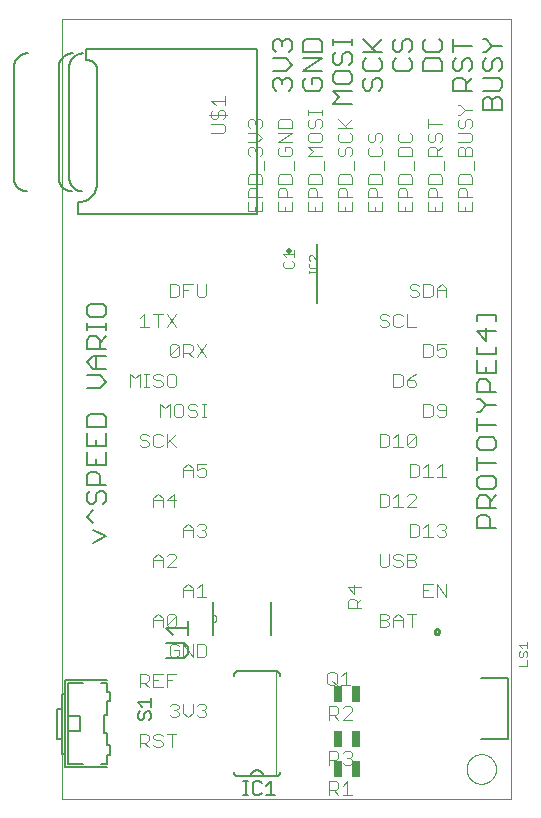
<source format=gto>
G75*
%MOIN*%
%OFA0B0*%
%FSLAX25Y25*%
%IPPOS*%
%LPD*%
%AMOC8*
5,1,8,0,0,1.08239X$1,22.5*
%
%ADD10C,0.00000*%
%ADD11C,0.00600*%
%ADD12C,0.00200*%
%ADD13C,0.00500*%
%ADD14C,0.00400*%
%ADD15R,0.02559X0.05512*%
%ADD16C,0.00800*%
%ADD17C,0.00787*%
%ADD18C,0.01969*%
%ADD19C,0.00100*%
%ADD20C,0.00300*%
%ADD21C,0.01000*%
D10*
X0057595Y0123933D02*
X0057595Y0383776D01*
X0207201Y0383776D01*
X0207201Y0123933D01*
X0057595Y0123933D01*
X0107795Y0182733D02*
X0107864Y0182735D01*
X0107932Y0182741D01*
X0108000Y0182751D01*
X0108067Y0182764D01*
X0108133Y0182782D01*
X0108198Y0182803D01*
X0108262Y0182828D01*
X0108324Y0182856D01*
X0108385Y0182888D01*
X0108444Y0182923D01*
X0108500Y0182962D01*
X0108555Y0183004D01*
X0108606Y0183049D01*
X0108656Y0183097D01*
X0108702Y0183147D01*
X0108745Y0183200D01*
X0108786Y0183256D01*
X0108823Y0183313D01*
X0108856Y0183373D01*
X0108887Y0183435D01*
X0108913Y0183498D01*
X0108936Y0183562D01*
X0108956Y0183628D01*
X0108971Y0183695D01*
X0108983Y0183762D01*
X0108991Y0183830D01*
X0108995Y0183899D01*
X0108995Y0183967D01*
X0108991Y0184036D01*
X0108983Y0184104D01*
X0108971Y0184171D01*
X0108956Y0184238D01*
X0108936Y0184304D01*
X0108913Y0184368D01*
X0108887Y0184431D01*
X0108856Y0184493D01*
X0108823Y0184553D01*
X0108786Y0184610D01*
X0108745Y0184666D01*
X0108702Y0184719D01*
X0108656Y0184769D01*
X0108606Y0184817D01*
X0108555Y0184862D01*
X0108500Y0184904D01*
X0108444Y0184943D01*
X0108385Y0184978D01*
X0108324Y0185010D01*
X0108262Y0185038D01*
X0108198Y0185063D01*
X0108133Y0185084D01*
X0108067Y0185102D01*
X0108000Y0185115D01*
X0107932Y0185125D01*
X0107864Y0185131D01*
X0107795Y0185133D01*
X0192438Y0133776D02*
X0192440Y0133916D01*
X0192446Y0134056D01*
X0192456Y0134195D01*
X0192470Y0134334D01*
X0192488Y0134473D01*
X0192509Y0134611D01*
X0192535Y0134749D01*
X0192565Y0134886D01*
X0192598Y0135021D01*
X0192636Y0135156D01*
X0192677Y0135290D01*
X0192722Y0135423D01*
X0192770Y0135554D01*
X0192823Y0135683D01*
X0192879Y0135812D01*
X0192938Y0135938D01*
X0193002Y0136063D01*
X0193068Y0136186D01*
X0193139Y0136307D01*
X0193212Y0136426D01*
X0193289Y0136543D01*
X0193370Y0136657D01*
X0193453Y0136769D01*
X0193540Y0136879D01*
X0193630Y0136987D01*
X0193722Y0137091D01*
X0193818Y0137193D01*
X0193917Y0137293D01*
X0194018Y0137389D01*
X0194122Y0137483D01*
X0194229Y0137573D01*
X0194338Y0137660D01*
X0194450Y0137745D01*
X0194564Y0137826D01*
X0194680Y0137904D01*
X0194798Y0137978D01*
X0194919Y0138049D01*
X0195041Y0138117D01*
X0195166Y0138181D01*
X0195292Y0138242D01*
X0195419Y0138299D01*
X0195549Y0138352D01*
X0195680Y0138402D01*
X0195812Y0138447D01*
X0195945Y0138490D01*
X0196080Y0138528D01*
X0196215Y0138562D01*
X0196352Y0138593D01*
X0196489Y0138620D01*
X0196627Y0138642D01*
X0196766Y0138661D01*
X0196905Y0138676D01*
X0197044Y0138687D01*
X0197184Y0138694D01*
X0197324Y0138697D01*
X0197464Y0138696D01*
X0197604Y0138691D01*
X0197743Y0138682D01*
X0197883Y0138669D01*
X0198022Y0138652D01*
X0198160Y0138631D01*
X0198298Y0138607D01*
X0198435Y0138578D01*
X0198571Y0138546D01*
X0198706Y0138509D01*
X0198840Y0138469D01*
X0198973Y0138425D01*
X0199104Y0138377D01*
X0199234Y0138326D01*
X0199363Y0138271D01*
X0199490Y0138212D01*
X0199615Y0138149D01*
X0199738Y0138084D01*
X0199860Y0138014D01*
X0199979Y0137941D01*
X0200097Y0137865D01*
X0200212Y0137786D01*
X0200325Y0137703D01*
X0200435Y0137617D01*
X0200543Y0137528D01*
X0200648Y0137436D01*
X0200751Y0137341D01*
X0200851Y0137243D01*
X0200948Y0137143D01*
X0201042Y0137039D01*
X0201134Y0136933D01*
X0201222Y0136825D01*
X0201307Y0136714D01*
X0201389Y0136600D01*
X0201468Y0136484D01*
X0201543Y0136367D01*
X0201615Y0136247D01*
X0201683Y0136125D01*
X0201748Y0136001D01*
X0201810Y0135875D01*
X0201868Y0135748D01*
X0201922Y0135619D01*
X0201973Y0135488D01*
X0202019Y0135356D01*
X0202062Y0135223D01*
X0202102Y0135089D01*
X0202137Y0134954D01*
X0202169Y0134817D01*
X0202196Y0134680D01*
X0202220Y0134542D01*
X0202240Y0134404D01*
X0202256Y0134265D01*
X0202268Y0134125D01*
X0202276Y0133986D01*
X0202280Y0133846D01*
X0202280Y0133706D01*
X0202276Y0133566D01*
X0202268Y0133427D01*
X0202256Y0133287D01*
X0202240Y0133148D01*
X0202220Y0133010D01*
X0202196Y0132872D01*
X0202169Y0132735D01*
X0202137Y0132598D01*
X0202102Y0132463D01*
X0202062Y0132329D01*
X0202019Y0132196D01*
X0201973Y0132064D01*
X0201922Y0131933D01*
X0201868Y0131804D01*
X0201810Y0131677D01*
X0201748Y0131551D01*
X0201683Y0131427D01*
X0201615Y0131305D01*
X0201543Y0131185D01*
X0201468Y0131068D01*
X0201389Y0130952D01*
X0201307Y0130838D01*
X0201222Y0130727D01*
X0201134Y0130619D01*
X0201042Y0130513D01*
X0200948Y0130409D01*
X0200851Y0130309D01*
X0200751Y0130211D01*
X0200648Y0130116D01*
X0200543Y0130024D01*
X0200435Y0129935D01*
X0200325Y0129849D01*
X0200212Y0129766D01*
X0200097Y0129687D01*
X0199979Y0129611D01*
X0199860Y0129538D01*
X0199738Y0129468D01*
X0199615Y0129403D01*
X0199490Y0129340D01*
X0199363Y0129281D01*
X0199234Y0129226D01*
X0199104Y0129175D01*
X0198973Y0129127D01*
X0198840Y0129083D01*
X0198706Y0129043D01*
X0198571Y0129006D01*
X0198435Y0128974D01*
X0198298Y0128945D01*
X0198160Y0128921D01*
X0198022Y0128900D01*
X0197883Y0128883D01*
X0197743Y0128870D01*
X0197604Y0128861D01*
X0197464Y0128856D01*
X0197324Y0128855D01*
X0197184Y0128858D01*
X0197044Y0128865D01*
X0196905Y0128876D01*
X0196766Y0128891D01*
X0196627Y0128910D01*
X0196489Y0128932D01*
X0196352Y0128959D01*
X0196215Y0128990D01*
X0196080Y0129024D01*
X0195945Y0129062D01*
X0195812Y0129105D01*
X0195680Y0129150D01*
X0195549Y0129200D01*
X0195419Y0129253D01*
X0195292Y0129310D01*
X0195166Y0129371D01*
X0195041Y0129435D01*
X0194919Y0129503D01*
X0194798Y0129574D01*
X0194680Y0129648D01*
X0194564Y0129726D01*
X0194450Y0129807D01*
X0194338Y0129892D01*
X0194229Y0129979D01*
X0194122Y0130069D01*
X0194018Y0130163D01*
X0193917Y0130259D01*
X0193818Y0130359D01*
X0193722Y0130461D01*
X0193630Y0130565D01*
X0193540Y0130673D01*
X0193453Y0130783D01*
X0193370Y0130895D01*
X0193289Y0131009D01*
X0193212Y0131126D01*
X0193139Y0131245D01*
X0193068Y0131366D01*
X0193002Y0131489D01*
X0192938Y0131614D01*
X0192879Y0131740D01*
X0192823Y0131869D01*
X0192770Y0131998D01*
X0192722Y0132129D01*
X0192677Y0132262D01*
X0192636Y0132396D01*
X0192598Y0132531D01*
X0192565Y0132666D01*
X0192535Y0132803D01*
X0192509Y0132941D01*
X0192488Y0133079D01*
X0192470Y0133218D01*
X0192456Y0133357D01*
X0192446Y0133496D01*
X0192440Y0133636D01*
X0192438Y0133776D01*
D11*
X0195890Y0214233D02*
X0195890Y0217436D01*
X0196957Y0218503D01*
X0199092Y0218503D01*
X0200160Y0217436D01*
X0200160Y0214233D01*
X0202295Y0214233D02*
X0195890Y0214233D01*
X0195890Y0220679D02*
X0195890Y0223881D01*
X0196957Y0224949D01*
X0199092Y0224949D01*
X0200160Y0223881D01*
X0200160Y0220679D01*
X0200160Y0222814D02*
X0202295Y0224949D01*
X0201228Y0227124D02*
X0202295Y0228192D01*
X0202295Y0230327D01*
X0201228Y0231394D01*
X0196957Y0231394D01*
X0195890Y0230327D01*
X0195890Y0228192D01*
X0196957Y0227124D01*
X0201228Y0227124D01*
X0202295Y0220679D02*
X0195890Y0220679D01*
X0195890Y0233570D02*
X0195890Y0237840D01*
X0195890Y0235705D02*
X0202295Y0235705D01*
X0201228Y0240015D02*
X0202295Y0241083D01*
X0202295Y0243218D01*
X0201228Y0244285D01*
X0196957Y0244285D01*
X0195890Y0243218D01*
X0195890Y0241083D01*
X0196957Y0240015D01*
X0201228Y0240015D01*
X0195890Y0246461D02*
X0195890Y0250731D01*
X0195890Y0248596D02*
X0202295Y0248596D01*
X0202295Y0255041D02*
X0199092Y0255041D01*
X0196957Y0257176D01*
X0195890Y0257176D01*
X0195890Y0259352D02*
X0195890Y0262554D01*
X0196957Y0263622D01*
X0199092Y0263622D01*
X0200160Y0262554D01*
X0200160Y0259352D01*
X0202295Y0259352D02*
X0195890Y0259352D01*
X0199092Y0255041D02*
X0196957Y0252906D01*
X0195890Y0252906D01*
X0195890Y0265797D02*
X0202295Y0265797D01*
X0202295Y0270067D01*
X0202295Y0272243D02*
X0195890Y0272243D01*
X0195890Y0274378D01*
X0199092Y0276540D02*
X0195890Y0279742D01*
X0202295Y0279742D01*
X0202295Y0282985D02*
X0202295Y0285120D01*
X0195890Y0285120D01*
X0195890Y0282985D01*
X0199092Y0280810D02*
X0199092Y0276540D01*
X0202295Y0274378D02*
X0202295Y0272243D01*
X0199092Y0267932D02*
X0199092Y0265797D01*
X0195890Y0265797D02*
X0195890Y0270067D01*
X0197890Y0353451D02*
X0197890Y0356654D01*
X0198957Y0357721D01*
X0200025Y0357721D01*
X0201092Y0356654D01*
X0201092Y0353451D01*
X0197890Y0353451D02*
X0204295Y0353451D01*
X0204295Y0356654D01*
X0203228Y0357721D01*
X0202160Y0357721D01*
X0201092Y0356654D01*
X0203228Y0359897D02*
X0204295Y0360964D01*
X0204295Y0363099D01*
X0203228Y0364167D01*
X0197890Y0364167D01*
X0198957Y0366342D02*
X0197890Y0367410D01*
X0197890Y0369545D01*
X0198957Y0370612D01*
X0198957Y0372788D02*
X0197890Y0372788D01*
X0198957Y0372788D02*
X0201092Y0374923D01*
X0204295Y0374923D01*
X0201092Y0374923D02*
X0198957Y0377058D01*
X0197890Y0377058D01*
X0194295Y0374923D02*
X0187890Y0374923D01*
X0187890Y0372788D02*
X0187890Y0377058D01*
X0184295Y0375990D02*
X0184295Y0373855D01*
X0183228Y0372788D01*
X0178957Y0372788D01*
X0177890Y0373855D01*
X0177890Y0375990D01*
X0178957Y0377058D01*
X0183228Y0377058D02*
X0184295Y0375990D01*
X0183228Y0370612D02*
X0178957Y0370612D01*
X0177890Y0369545D01*
X0177890Y0366342D01*
X0184295Y0366342D01*
X0184295Y0369545D01*
X0183228Y0370612D01*
X0187890Y0369545D02*
X0187890Y0367410D01*
X0188957Y0366342D01*
X0190025Y0366342D01*
X0191092Y0367410D01*
X0191092Y0369545D01*
X0192160Y0370612D01*
X0193228Y0370612D01*
X0194295Y0369545D01*
X0194295Y0367410D01*
X0193228Y0366342D01*
X0194295Y0364167D02*
X0192160Y0362032D01*
X0192160Y0363099D02*
X0192160Y0359897D01*
X0194295Y0359897D02*
X0187890Y0359897D01*
X0187890Y0363099D01*
X0188957Y0364167D01*
X0191092Y0364167D01*
X0192160Y0363099D01*
X0187890Y0369545D02*
X0188957Y0370612D01*
X0197890Y0359897D02*
X0203228Y0359897D01*
X0203228Y0366342D02*
X0204295Y0367410D01*
X0204295Y0369545D01*
X0203228Y0370612D01*
X0202160Y0370612D01*
X0201092Y0369545D01*
X0201092Y0367410D01*
X0200025Y0366342D01*
X0198957Y0366342D01*
X0174295Y0367410D02*
X0173228Y0366342D01*
X0168957Y0366342D01*
X0167890Y0367410D01*
X0167890Y0369545D01*
X0168957Y0370612D01*
X0168957Y0372788D02*
X0170025Y0372788D01*
X0171092Y0373855D01*
X0171092Y0375990D01*
X0172160Y0377058D01*
X0173228Y0377058D01*
X0174295Y0375990D01*
X0174295Y0373855D01*
X0173228Y0372788D01*
X0173228Y0370612D02*
X0174295Y0369545D01*
X0174295Y0367410D01*
X0168957Y0372788D02*
X0167890Y0373855D01*
X0167890Y0375990D01*
X0168957Y0377058D01*
X0164295Y0377058D02*
X0161092Y0373855D01*
X0162160Y0372788D02*
X0157890Y0377058D01*
X0157890Y0372788D02*
X0164295Y0372788D01*
X0163228Y0370612D02*
X0164295Y0369545D01*
X0164295Y0367410D01*
X0163228Y0366342D01*
X0158957Y0366342D01*
X0157890Y0367410D01*
X0157890Y0369545D01*
X0158957Y0370612D01*
X0158957Y0364167D02*
X0157890Y0363099D01*
X0157890Y0360964D01*
X0158957Y0359897D01*
X0160025Y0359897D01*
X0161092Y0360964D01*
X0161092Y0363099D01*
X0162160Y0364167D01*
X0163228Y0364167D01*
X0164295Y0363099D01*
X0164295Y0360964D01*
X0163228Y0359897D01*
X0154295Y0359870D02*
X0147890Y0359870D01*
X0150025Y0357735D01*
X0147890Y0355600D01*
X0154295Y0355600D01*
X0153228Y0362045D02*
X0154295Y0363113D01*
X0154295Y0365248D01*
X0153228Y0366315D01*
X0148957Y0366315D01*
X0147890Y0365248D01*
X0147890Y0363113D01*
X0148957Y0362045D01*
X0153228Y0362045D01*
X0153228Y0368491D02*
X0154295Y0369558D01*
X0154295Y0371693D01*
X0153228Y0372761D01*
X0152160Y0372761D01*
X0151092Y0371693D01*
X0151092Y0369558D01*
X0150025Y0368491D01*
X0148957Y0368491D01*
X0147890Y0369558D01*
X0147890Y0371693D01*
X0148957Y0372761D01*
X0147890Y0374936D02*
X0147890Y0377071D01*
X0147890Y0376004D02*
X0154295Y0376004D01*
X0154295Y0377071D02*
X0154295Y0374936D01*
X0144295Y0375990D02*
X0144295Y0372788D01*
X0137890Y0372788D01*
X0137890Y0375990D01*
X0138957Y0377058D01*
X0143228Y0377058D01*
X0144295Y0375990D01*
X0144295Y0370612D02*
X0137890Y0370612D01*
X0137890Y0366342D02*
X0144295Y0370612D01*
X0144295Y0366342D02*
X0137890Y0366342D01*
X0138957Y0364167D02*
X0137890Y0363099D01*
X0137890Y0360964D01*
X0138957Y0359897D01*
X0143228Y0359897D01*
X0144295Y0360964D01*
X0144295Y0363099D01*
X0143228Y0364167D01*
X0141092Y0364167D01*
X0141092Y0362032D01*
X0134295Y0363099D02*
X0134295Y0360964D01*
X0133228Y0359897D01*
X0131092Y0362032D02*
X0131092Y0363099D01*
X0132160Y0364167D01*
X0133228Y0364167D01*
X0134295Y0363099D01*
X0131092Y0363099D02*
X0130025Y0364167D01*
X0128957Y0364167D01*
X0127890Y0363099D01*
X0127890Y0360964D01*
X0128957Y0359897D01*
X0127890Y0366342D02*
X0132160Y0366342D01*
X0134295Y0368477D01*
X0132160Y0370612D01*
X0127890Y0370612D01*
X0128957Y0372788D02*
X0127890Y0373855D01*
X0127890Y0375990D01*
X0128957Y0377058D01*
X0130025Y0377058D01*
X0131092Y0375990D01*
X0132160Y0377058D01*
X0133228Y0377058D01*
X0134295Y0375990D01*
X0134295Y0373855D01*
X0133228Y0372788D01*
X0131092Y0374923D02*
X0131092Y0375990D01*
X0071228Y0288701D02*
X0066957Y0288701D01*
X0065890Y0287633D01*
X0065890Y0285498D01*
X0066957Y0284431D01*
X0071228Y0284431D01*
X0072295Y0285498D01*
X0072295Y0287633D01*
X0071228Y0288701D01*
X0072295Y0282269D02*
X0072295Y0280134D01*
X0072295Y0281201D02*
X0065890Y0281201D01*
X0065890Y0280134D02*
X0065890Y0282269D01*
X0066957Y0277958D02*
X0065890Y0276891D01*
X0065890Y0273688D01*
X0072295Y0273688D01*
X0070160Y0273688D02*
X0070160Y0276891D01*
X0069092Y0277958D01*
X0066957Y0277958D01*
X0070160Y0275823D02*
X0072295Y0277958D01*
X0072295Y0271513D02*
X0068025Y0271513D01*
X0065890Y0269378D01*
X0068025Y0267243D01*
X0072295Y0267243D01*
X0070160Y0265067D02*
X0072295Y0262932D01*
X0070160Y0260797D01*
X0065890Y0260797D01*
X0065890Y0265067D02*
X0070160Y0265067D01*
X0069092Y0267243D02*
X0069092Y0271513D01*
X0066957Y0252176D02*
X0065890Y0251109D01*
X0065890Y0247906D01*
X0072295Y0247906D01*
X0072295Y0251109D01*
X0071228Y0252176D01*
X0066957Y0252176D01*
X0065890Y0245731D02*
X0065890Y0241461D01*
X0072295Y0241461D01*
X0072295Y0245731D01*
X0069092Y0243596D02*
X0069092Y0241461D01*
X0072295Y0239285D02*
X0072295Y0235015D01*
X0065890Y0235015D01*
X0065890Y0239285D01*
X0069092Y0237150D02*
X0069092Y0235015D01*
X0069092Y0232840D02*
X0066957Y0232840D01*
X0065890Y0231772D01*
X0065890Y0228570D01*
X0072295Y0228570D01*
X0070160Y0228570D02*
X0070160Y0231772D01*
X0069092Y0232840D01*
X0070160Y0226394D02*
X0071228Y0226394D01*
X0072295Y0225327D01*
X0072295Y0223192D01*
X0071228Y0222124D01*
X0069092Y0223192D02*
X0069092Y0225327D01*
X0070160Y0226394D01*
X0066957Y0226394D02*
X0065890Y0225327D01*
X0065890Y0223192D01*
X0066957Y0222124D01*
X0068025Y0222124D01*
X0069092Y0223192D01*
X0068025Y0219949D02*
X0065890Y0217814D01*
X0068025Y0215679D01*
X0068025Y0213503D02*
X0072295Y0211368D01*
X0068025Y0209233D01*
X0072595Y0163433D02*
X0058595Y0163433D01*
X0058595Y0138933D01*
X0057595Y0138933D01*
X0057595Y0143933D01*
X0056095Y0143933D01*
X0056095Y0153933D01*
X0057595Y0153933D01*
X0057595Y0143933D01*
X0059595Y0146433D02*
X0059595Y0135433D01*
X0064595Y0135433D01*
X0070595Y0135433D02*
X0072595Y0135433D01*
X0072595Y0138433D01*
X0073595Y0138433D01*
X0073595Y0141933D01*
X0072595Y0141933D01*
X0072595Y0145933D01*
X0071595Y0145933D01*
X0071595Y0151933D01*
X0072595Y0151933D01*
X0072595Y0156433D01*
X0073595Y0156433D01*
X0073595Y0159433D01*
X0072595Y0159433D01*
X0072595Y0162433D01*
X0070595Y0162433D01*
X0064595Y0162433D02*
X0059595Y0162433D01*
X0059595Y0151433D01*
X0059595Y0146433D01*
X0063595Y0146433D01*
X0063595Y0151433D01*
X0059595Y0151433D01*
X0057595Y0153933D02*
X0057595Y0158933D01*
X0058595Y0158933D01*
X0058595Y0138933D02*
X0058595Y0134433D01*
X0072595Y0134433D01*
X0107795Y0178533D02*
X0107795Y0182733D01*
X0107795Y0185133D01*
X0107795Y0189333D01*
X0116395Y0166433D02*
X0128795Y0166433D01*
X0128871Y0166431D01*
X0128947Y0166425D01*
X0129022Y0166416D01*
X0129097Y0166402D01*
X0129171Y0166385D01*
X0129244Y0166364D01*
X0129316Y0166340D01*
X0129387Y0166311D01*
X0129456Y0166280D01*
X0129523Y0166245D01*
X0129588Y0166206D01*
X0129652Y0166164D01*
X0129713Y0166119D01*
X0129772Y0166071D01*
X0129828Y0166020D01*
X0129882Y0165966D01*
X0129933Y0165910D01*
X0129981Y0165851D01*
X0130026Y0165790D01*
X0130068Y0165726D01*
X0130107Y0165661D01*
X0130142Y0165594D01*
X0130173Y0165525D01*
X0130202Y0165454D01*
X0130226Y0165382D01*
X0130247Y0165309D01*
X0130264Y0165235D01*
X0130278Y0165160D01*
X0130287Y0165085D01*
X0130293Y0165009D01*
X0130295Y0164933D01*
X0127395Y0178533D02*
X0127395Y0189333D01*
X0116395Y0166433D02*
X0116319Y0166431D01*
X0116243Y0166425D01*
X0116168Y0166416D01*
X0116093Y0166402D01*
X0116019Y0166385D01*
X0115946Y0166364D01*
X0115874Y0166340D01*
X0115803Y0166311D01*
X0115734Y0166280D01*
X0115667Y0166245D01*
X0115602Y0166206D01*
X0115538Y0166164D01*
X0115477Y0166119D01*
X0115418Y0166071D01*
X0115362Y0166020D01*
X0115308Y0165966D01*
X0115257Y0165910D01*
X0115209Y0165851D01*
X0115164Y0165790D01*
X0115122Y0165726D01*
X0115083Y0165661D01*
X0115048Y0165594D01*
X0115017Y0165525D01*
X0114988Y0165454D01*
X0114964Y0165382D01*
X0114943Y0165309D01*
X0114926Y0165235D01*
X0114912Y0165160D01*
X0114903Y0165085D01*
X0114897Y0165009D01*
X0114895Y0164933D01*
X0114895Y0132933D02*
X0114897Y0132857D01*
X0114903Y0132781D01*
X0114912Y0132706D01*
X0114926Y0132631D01*
X0114943Y0132557D01*
X0114964Y0132484D01*
X0114988Y0132412D01*
X0115017Y0132341D01*
X0115048Y0132272D01*
X0115083Y0132205D01*
X0115122Y0132140D01*
X0115164Y0132076D01*
X0115209Y0132015D01*
X0115257Y0131956D01*
X0115308Y0131900D01*
X0115362Y0131846D01*
X0115418Y0131795D01*
X0115477Y0131747D01*
X0115538Y0131702D01*
X0115602Y0131660D01*
X0115667Y0131621D01*
X0115734Y0131586D01*
X0115803Y0131555D01*
X0115874Y0131526D01*
X0115946Y0131502D01*
X0116019Y0131481D01*
X0116093Y0131464D01*
X0116168Y0131450D01*
X0116243Y0131441D01*
X0116319Y0131435D01*
X0116395Y0131433D01*
X0120595Y0131433D01*
X0124595Y0131433D01*
X0128795Y0131433D01*
X0128871Y0131435D01*
X0128947Y0131441D01*
X0129022Y0131450D01*
X0129097Y0131464D01*
X0129171Y0131481D01*
X0129244Y0131502D01*
X0129316Y0131526D01*
X0129387Y0131555D01*
X0129456Y0131586D01*
X0129523Y0131621D01*
X0129588Y0131660D01*
X0129652Y0131702D01*
X0129713Y0131747D01*
X0129772Y0131795D01*
X0129828Y0131846D01*
X0129882Y0131900D01*
X0129933Y0131956D01*
X0129981Y0132015D01*
X0130026Y0132076D01*
X0130068Y0132140D01*
X0130107Y0132205D01*
X0130142Y0132272D01*
X0130173Y0132341D01*
X0130202Y0132412D01*
X0130226Y0132484D01*
X0130247Y0132557D01*
X0130264Y0132631D01*
X0130278Y0132706D01*
X0130287Y0132781D01*
X0130293Y0132857D01*
X0130295Y0132933D01*
X0124595Y0131433D02*
X0124593Y0131521D01*
X0124587Y0131610D01*
X0124577Y0131698D01*
X0124564Y0131785D01*
X0124546Y0131872D01*
X0124525Y0131958D01*
X0124500Y0132043D01*
X0124471Y0132126D01*
X0124438Y0132209D01*
X0124402Y0132289D01*
X0124363Y0132368D01*
X0124320Y0132446D01*
X0124273Y0132521D01*
X0124223Y0132594D01*
X0124170Y0132665D01*
X0124114Y0132734D01*
X0124055Y0132800D01*
X0123993Y0132863D01*
X0123929Y0132923D01*
X0123862Y0132981D01*
X0123792Y0133035D01*
X0123720Y0133087D01*
X0123646Y0133135D01*
X0123569Y0133180D01*
X0123491Y0133221D01*
X0123411Y0133259D01*
X0123330Y0133293D01*
X0123247Y0133324D01*
X0123162Y0133351D01*
X0123077Y0133374D01*
X0122991Y0133393D01*
X0122903Y0133409D01*
X0122816Y0133421D01*
X0122728Y0133429D01*
X0122639Y0133433D01*
X0122551Y0133433D01*
X0122462Y0133429D01*
X0122374Y0133421D01*
X0122287Y0133409D01*
X0122199Y0133393D01*
X0122113Y0133374D01*
X0122028Y0133351D01*
X0121943Y0133324D01*
X0121860Y0133293D01*
X0121779Y0133259D01*
X0121699Y0133221D01*
X0121621Y0133180D01*
X0121544Y0133135D01*
X0121470Y0133087D01*
X0121398Y0133035D01*
X0121328Y0132981D01*
X0121261Y0132923D01*
X0121197Y0132863D01*
X0121135Y0132800D01*
X0121076Y0132734D01*
X0121020Y0132665D01*
X0120967Y0132594D01*
X0120917Y0132521D01*
X0120870Y0132446D01*
X0120827Y0132368D01*
X0120788Y0132289D01*
X0120752Y0132209D01*
X0120719Y0132126D01*
X0120690Y0132043D01*
X0120665Y0131958D01*
X0120644Y0131872D01*
X0120626Y0131785D01*
X0120613Y0131698D01*
X0120603Y0131610D01*
X0120597Y0131521D01*
X0120595Y0131433D01*
D12*
X0128895Y0131433D02*
X0128895Y0166433D01*
D13*
X0127242Y0129687D02*
X0125741Y0128186D01*
X0124140Y0128936D02*
X0123389Y0129687D01*
X0121888Y0129687D01*
X0121137Y0128936D01*
X0121137Y0125934D01*
X0121888Y0125183D01*
X0123389Y0125183D01*
X0124140Y0125934D01*
X0125741Y0125183D02*
X0128744Y0125183D01*
X0127242Y0125183D02*
X0127242Y0129687D01*
X0119569Y0129687D02*
X0118068Y0129687D01*
X0118819Y0129687D02*
X0118819Y0125183D01*
X0119569Y0125183D02*
X0118068Y0125183D01*
X0087345Y0150726D02*
X0086595Y0149975D01*
X0087345Y0150726D02*
X0087345Y0152227D01*
X0086595Y0152978D01*
X0085844Y0152978D01*
X0085093Y0152227D01*
X0085093Y0150726D01*
X0084343Y0149975D01*
X0083592Y0149975D01*
X0082841Y0150726D01*
X0082841Y0152227D01*
X0083592Y0152978D01*
X0084343Y0154579D02*
X0082841Y0156080D01*
X0087345Y0156080D01*
X0087345Y0154579D02*
X0087345Y0157582D01*
X0062989Y0318815D02*
X0122438Y0318815D01*
X0122438Y0373933D01*
X0065745Y0373933D01*
X0065745Y0369996D01*
X0064721Y0372358D02*
X0064586Y0372356D01*
X0064451Y0372350D01*
X0064317Y0372341D01*
X0064183Y0372327D01*
X0064049Y0372310D01*
X0063915Y0372289D01*
X0063783Y0372264D01*
X0063651Y0372235D01*
X0063520Y0372203D01*
X0063390Y0372167D01*
X0063261Y0372127D01*
X0063134Y0372083D01*
X0063007Y0372036D01*
X0062882Y0371985D01*
X0062759Y0371931D01*
X0062637Y0371873D01*
X0062516Y0371812D01*
X0062398Y0371747D01*
X0062282Y0371679D01*
X0062167Y0371608D01*
X0062055Y0371534D01*
X0061944Y0371456D01*
X0061836Y0371375D01*
X0061731Y0371291D01*
X0061627Y0371204D01*
X0061527Y0371114D01*
X0061429Y0371022D01*
X0061333Y0370926D01*
X0061241Y0370828D01*
X0061151Y0370728D01*
X0061064Y0370624D01*
X0060980Y0370519D01*
X0060899Y0370411D01*
X0060821Y0370300D01*
X0060747Y0370188D01*
X0060676Y0370073D01*
X0060608Y0369957D01*
X0060543Y0369839D01*
X0060482Y0369718D01*
X0060424Y0369596D01*
X0060370Y0369473D01*
X0060319Y0369348D01*
X0060272Y0369221D01*
X0060228Y0369094D01*
X0060188Y0368965D01*
X0060152Y0368835D01*
X0060120Y0368704D01*
X0060091Y0368572D01*
X0060066Y0368440D01*
X0060045Y0368306D01*
X0060028Y0368172D01*
X0060014Y0368038D01*
X0060005Y0367904D01*
X0059999Y0367769D01*
X0059997Y0367634D01*
X0059997Y0331413D01*
X0056453Y0331414D02*
X0056444Y0331279D01*
X0056439Y0331143D01*
X0056437Y0331008D01*
X0056439Y0330873D01*
X0056445Y0330737D01*
X0056455Y0330602D01*
X0056469Y0330468D01*
X0056487Y0330333D01*
X0056509Y0330200D01*
X0056534Y0330067D01*
X0056563Y0329934D01*
X0056596Y0329803D01*
X0056632Y0329673D01*
X0056673Y0329544D01*
X0056717Y0329415D01*
X0056764Y0329289D01*
X0056816Y0329163D01*
X0056870Y0329040D01*
X0056929Y0328917D01*
X0056991Y0328797D01*
X0057056Y0328678D01*
X0057124Y0328561D01*
X0057196Y0328447D01*
X0057271Y0328334D01*
X0057350Y0328224D01*
X0057431Y0328115D01*
X0057515Y0328010D01*
X0057603Y0327906D01*
X0057693Y0327805D01*
X0057786Y0327707D01*
X0057882Y0327612D01*
X0057981Y0327519D01*
X0058082Y0327429D01*
X0058186Y0327342D01*
X0058292Y0327258D01*
X0058401Y0327177D01*
X0058512Y0327100D01*
X0058625Y0327025D01*
X0058740Y0326954D01*
X0058857Y0326886D01*
X0058976Y0326821D01*
X0059097Y0326760D01*
X0059219Y0326702D01*
X0059344Y0326648D01*
X0059469Y0326598D01*
X0059596Y0326551D01*
X0059724Y0326507D01*
X0059854Y0326468D01*
X0059984Y0326432D01*
X0060116Y0326399D01*
X0060248Y0326371D01*
X0060381Y0326346D01*
X0060515Y0326326D01*
X0060650Y0326309D01*
X0060784Y0326295D01*
X0062989Y0322752D02*
X0063146Y0322754D01*
X0063303Y0322760D01*
X0063460Y0322770D01*
X0063616Y0322783D01*
X0063772Y0322801D01*
X0063928Y0322822D01*
X0064083Y0322848D01*
X0064237Y0322877D01*
X0064391Y0322910D01*
X0064543Y0322947D01*
X0064695Y0322987D01*
X0064846Y0323032D01*
X0064995Y0323080D01*
X0065143Y0323132D01*
X0065290Y0323187D01*
X0065436Y0323247D01*
X0065580Y0323309D01*
X0065722Y0323376D01*
X0065863Y0323446D01*
X0066002Y0323519D01*
X0066139Y0323596D01*
X0066274Y0323676D01*
X0066406Y0323760D01*
X0066537Y0323847D01*
X0066666Y0323937D01*
X0066792Y0324030D01*
X0066916Y0324126D01*
X0067038Y0324226D01*
X0067157Y0324328D01*
X0067273Y0324434D01*
X0067387Y0324542D01*
X0067498Y0324653D01*
X0067606Y0324767D01*
X0067712Y0324883D01*
X0067814Y0325002D01*
X0067914Y0325124D01*
X0068010Y0325248D01*
X0068103Y0325374D01*
X0068193Y0325503D01*
X0068280Y0325634D01*
X0068364Y0325766D01*
X0068444Y0325902D01*
X0068521Y0326038D01*
X0068594Y0326177D01*
X0068664Y0326318D01*
X0068731Y0326460D01*
X0068793Y0326604D01*
X0068853Y0326750D01*
X0068908Y0326897D01*
X0068960Y0327045D01*
X0069008Y0327194D01*
X0069053Y0327345D01*
X0069093Y0327497D01*
X0069130Y0327649D01*
X0069163Y0327803D01*
X0069192Y0327957D01*
X0069218Y0328112D01*
X0069239Y0328268D01*
X0069257Y0328424D01*
X0069270Y0328580D01*
X0069280Y0328737D01*
X0069286Y0328894D01*
X0069288Y0329051D01*
X0069288Y0367240D01*
X0069287Y0367240D02*
X0069272Y0367349D01*
X0069252Y0367458D01*
X0069229Y0367567D01*
X0069202Y0367674D01*
X0069171Y0367781D01*
X0069137Y0367886D01*
X0069099Y0367990D01*
X0069057Y0368093D01*
X0069012Y0368194D01*
X0068963Y0368293D01*
X0068911Y0368391D01*
X0068855Y0368487D01*
X0068796Y0368580D01*
X0068734Y0368672D01*
X0068669Y0368762D01*
X0068600Y0368849D01*
X0068529Y0368934D01*
X0068455Y0369016D01*
X0068377Y0369095D01*
X0068298Y0369172D01*
X0068215Y0369246D01*
X0068130Y0369317D01*
X0068043Y0369385D01*
X0067953Y0369450D01*
X0067861Y0369512D01*
X0067767Y0369570D01*
X0067671Y0369625D01*
X0067573Y0369677D01*
X0067473Y0369726D01*
X0067372Y0369770D01*
X0067269Y0369812D01*
X0067165Y0369849D01*
X0067059Y0369883D01*
X0066953Y0369914D01*
X0066845Y0369940D01*
X0066737Y0369963D01*
X0066628Y0369982D01*
X0066518Y0369997D01*
X0066408Y0370009D01*
X0066297Y0370016D01*
X0066186Y0370020D01*
X0066076Y0370019D01*
X0065965Y0370015D01*
X0065854Y0370007D01*
X0065744Y0369995D01*
X0061178Y0372358D02*
X0061043Y0372356D01*
X0060908Y0372350D01*
X0060774Y0372341D01*
X0060640Y0372327D01*
X0060506Y0372310D01*
X0060372Y0372289D01*
X0060240Y0372264D01*
X0060108Y0372235D01*
X0059977Y0372203D01*
X0059847Y0372167D01*
X0059718Y0372127D01*
X0059591Y0372083D01*
X0059464Y0372036D01*
X0059339Y0371985D01*
X0059216Y0371931D01*
X0059094Y0371873D01*
X0058973Y0371812D01*
X0058855Y0371747D01*
X0058739Y0371679D01*
X0058624Y0371608D01*
X0058512Y0371534D01*
X0058401Y0371456D01*
X0058293Y0371375D01*
X0058188Y0371291D01*
X0058084Y0371204D01*
X0057984Y0371114D01*
X0057886Y0371022D01*
X0057790Y0370926D01*
X0057698Y0370828D01*
X0057608Y0370728D01*
X0057521Y0370624D01*
X0057437Y0370519D01*
X0057356Y0370411D01*
X0057278Y0370300D01*
X0057204Y0370188D01*
X0057133Y0370073D01*
X0057065Y0369957D01*
X0057000Y0369839D01*
X0056939Y0369718D01*
X0056881Y0369596D01*
X0056827Y0369473D01*
X0056776Y0369348D01*
X0056729Y0369221D01*
X0056685Y0369094D01*
X0056645Y0368965D01*
X0056609Y0368835D01*
X0056577Y0368704D01*
X0056548Y0368572D01*
X0056523Y0368440D01*
X0056502Y0368306D01*
X0056485Y0368172D01*
X0056471Y0368038D01*
X0056462Y0367904D01*
X0056456Y0367769D01*
X0056454Y0367634D01*
X0056453Y0367634D02*
X0056453Y0331413D01*
X0062989Y0322752D02*
X0062989Y0318815D01*
X0064327Y0326295D02*
X0064193Y0326309D01*
X0064058Y0326326D01*
X0063924Y0326346D01*
X0063791Y0326371D01*
X0063659Y0326399D01*
X0063527Y0326432D01*
X0063397Y0326468D01*
X0063267Y0326507D01*
X0063139Y0326551D01*
X0063012Y0326598D01*
X0062887Y0326648D01*
X0062762Y0326702D01*
X0062640Y0326760D01*
X0062519Y0326821D01*
X0062400Y0326886D01*
X0062283Y0326954D01*
X0062168Y0327025D01*
X0062055Y0327100D01*
X0061944Y0327177D01*
X0061835Y0327258D01*
X0061729Y0327342D01*
X0061625Y0327429D01*
X0061524Y0327519D01*
X0061425Y0327612D01*
X0061329Y0327707D01*
X0061236Y0327805D01*
X0061146Y0327906D01*
X0061058Y0328010D01*
X0060974Y0328115D01*
X0060893Y0328224D01*
X0060814Y0328334D01*
X0060739Y0328447D01*
X0060667Y0328561D01*
X0060599Y0328678D01*
X0060534Y0328797D01*
X0060472Y0328917D01*
X0060413Y0329040D01*
X0060359Y0329163D01*
X0060307Y0329289D01*
X0060260Y0329415D01*
X0060216Y0329544D01*
X0060175Y0329673D01*
X0060139Y0329803D01*
X0060106Y0329934D01*
X0060077Y0330067D01*
X0060052Y0330200D01*
X0060030Y0330333D01*
X0060012Y0330468D01*
X0059998Y0330602D01*
X0059988Y0330737D01*
X0059982Y0330873D01*
X0059980Y0331008D01*
X0059982Y0331143D01*
X0059987Y0331279D01*
X0059996Y0331414D01*
X0045823Y0326295D02*
X0045689Y0326309D01*
X0045554Y0326326D01*
X0045420Y0326346D01*
X0045287Y0326371D01*
X0045155Y0326399D01*
X0045023Y0326432D01*
X0044893Y0326468D01*
X0044763Y0326507D01*
X0044635Y0326551D01*
X0044508Y0326598D01*
X0044383Y0326648D01*
X0044258Y0326702D01*
X0044136Y0326760D01*
X0044015Y0326821D01*
X0043896Y0326886D01*
X0043779Y0326954D01*
X0043664Y0327025D01*
X0043551Y0327100D01*
X0043440Y0327177D01*
X0043331Y0327258D01*
X0043225Y0327342D01*
X0043121Y0327429D01*
X0043020Y0327519D01*
X0042921Y0327612D01*
X0042825Y0327707D01*
X0042732Y0327805D01*
X0042642Y0327906D01*
X0042554Y0328010D01*
X0042470Y0328115D01*
X0042389Y0328224D01*
X0042310Y0328334D01*
X0042235Y0328447D01*
X0042163Y0328561D01*
X0042095Y0328678D01*
X0042030Y0328797D01*
X0041968Y0328917D01*
X0041909Y0329040D01*
X0041855Y0329163D01*
X0041803Y0329289D01*
X0041756Y0329415D01*
X0041712Y0329544D01*
X0041671Y0329673D01*
X0041635Y0329803D01*
X0041602Y0329934D01*
X0041573Y0330067D01*
X0041548Y0330200D01*
X0041526Y0330333D01*
X0041508Y0330468D01*
X0041494Y0330602D01*
X0041484Y0330737D01*
X0041478Y0330873D01*
X0041476Y0331008D01*
X0041478Y0331143D01*
X0041483Y0331279D01*
X0041492Y0331414D01*
X0041493Y0331413D02*
X0041493Y0367634D01*
X0041495Y0367769D01*
X0041501Y0367904D01*
X0041510Y0368038D01*
X0041524Y0368172D01*
X0041541Y0368306D01*
X0041562Y0368440D01*
X0041587Y0368572D01*
X0041616Y0368704D01*
X0041648Y0368835D01*
X0041684Y0368965D01*
X0041724Y0369094D01*
X0041768Y0369221D01*
X0041815Y0369348D01*
X0041866Y0369473D01*
X0041920Y0369596D01*
X0041978Y0369718D01*
X0042039Y0369839D01*
X0042104Y0369957D01*
X0042172Y0370073D01*
X0042243Y0370188D01*
X0042317Y0370300D01*
X0042395Y0370411D01*
X0042476Y0370519D01*
X0042560Y0370624D01*
X0042647Y0370728D01*
X0042737Y0370828D01*
X0042829Y0370926D01*
X0042925Y0371022D01*
X0043023Y0371114D01*
X0043123Y0371204D01*
X0043227Y0371291D01*
X0043332Y0371375D01*
X0043440Y0371456D01*
X0043551Y0371534D01*
X0043663Y0371608D01*
X0043778Y0371679D01*
X0043894Y0371747D01*
X0044012Y0371812D01*
X0044133Y0371873D01*
X0044255Y0371931D01*
X0044378Y0371985D01*
X0044503Y0372036D01*
X0044630Y0372083D01*
X0044757Y0372127D01*
X0044886Y0372167D01*
X0045016Y0372203D01*
X0045147Y0372235D01*
X0045279Y0372264D01*
X0045411Y0372289D01*
X0045545Y0372310D01*
X0045679Y0372327D01*
X0045813Y0372341D01*
X0045947Y0372350D01*
X0046082Y0372356D01*
X0046217Y0372358D01*
X0197162Y0164169D02*
X0206217Y0164169D01*
X0206217Y0143697D01*
X0197162Y0143697D01*
D14*
X0174175Y0180983D02*
X0174175Y0185587D01*
X0175709Y0185587D02*
X0172640Y0185587D01*
X0171105Y0184053D02*
X0171105Y0180983D01*
X0171105Y0183285D02*
X0168036Y0183285D01*
X0168036Y0184053D02*
X0169571Y0185587D01*
X0171105Y0184053D01*
X0168036Y0184053D02*
X0168036Y0180983D01*
X0166501Y0181751D02*
X0165734Y0180983D01*
X0163432Y0180983D01*
X0163432Y0185587D01*
X0165734Y0185587D01*
X0166501Y0184820D01*
X0166501Y0184053D01*
X0165734Y0183285D01*
X0163432Y0183285D01*
X0165734Y0183285D02*
X0166501Y0182518D01*
X0166501Y0181751D01*
X0157395Y0187425D02*
X0152791Y0187425D01*
X0152791Y0189727D01*
X0153559Y0190494D01*
X0155093Y0190494D01*
X0155861Y0189727D01*
X0155861Y0187425D01*
X0155861Y0188960D02*
X0157395Y0190494D01*
X0155093Y0192029D02*
X0155093Y0195098D01*
X0157395Y0194331D02*
X0152791Y0194331D01*
X0155093Y0192029D01*
X0164199Y0200983D02*
X0165734Y0200983D01*
X0166501Y0201751D01*
X0166501Y0205587D01*
X0168036Y0204820D02*
X0168036Y0204053D01*
X0168803Y0203285D01*
X0170338Y0203285D01*
X0171105Y0202518D01*
X0171105Y0201751D01*
X0170338Y0200983D01*
X0168803Y0200983D01*
X0168036Y0201751D01*
X0168036Y0204820D02*
X0168803Y0205587D01*
X0170338Y0205587D01*
X0171105Y0204820D01*
X0172640Y0205587D02*
X0174942Y0205587D01*
X0175709Y0204820D01*
X0175709Y0204053D01*
X0174942Y0203285D01*
X0172640Y0203285D01*
X0172640Y0200983D02*
X0172640Y0205587D01*
X0174942Y0203285D02*
X0175709Y0202518D01*
X0175709Y0201751D01*
X0174942Y0200983D01*
X0172640Y0200983D01*
X0173432Y0210983D02*
X0175734Y0210983D01*
X0176501Y0211751D01*
X0176501Y0214820D01*
X0175734Y0215587D01*
X0173432Y0215587D01*
X0173432Y0210983D01*
X0178036Y0210983D02*
X0181105Y0210983D01*
X0179571Y0210983D02*
X0179571Y0215587D01*
X0178036Y0214053D01*
X0182640Y0214820D02*
X0183407Y0215587D01*
X0184942Y0215587D01*
X0185709Y0214820D01*
X0185709Y0214053D01*
X0184942Y0213285D01*
X0185709Y0212518D01*
X0185709Y0211751D01*
X0184942Y0210983D01*
X0183407Y0210983D01*
X0182640Y0211751D01*
X0184175Y0213285D02*
X0184942Y0213285D01*
X0175709Y0220983D02*
X0172640Y0220983D01*
X0175709Y0224053D01*
X0175709Y0224820D01*
X0174942Y0225587D01*
X0173407Y0225587D01*
X0172640Y0224820D01*
X0169571Y0225587D02*
X0169571Y0220983D01*
X0171105Y0220983D02*
X0168036Y0220983D01*
X0166501Y0221751D02*
X0166501Y0224820D01*
X0165734Y0225587D01*
X0163432Y0225587D01*
X0163432Y0220983D01*
X0165734Y0220983D01*
X0166501Y0221751D01*
X0168036Y0224053D02*
X0169571Y0225587D01*
X0173432Y0230983D02*
X0173432Y0235587D01*
X0175734Y0235587D01*
X0176501Y0234820D01*
X0176501Y0231751D01*
X0175734Y0230983D01*
X0173432Y0230983D01*
X0178036Y0230983D02*
X0181105Y0230983D01*
X0179571Y0230983D02*
X0179571Y0235587D01*
X0178036Y0234053D01*
X0182640Y0234053D02*
X0184175Y0235587D01*
X0184175Y0230983D01*
X0185709Y0230983D02*
X0182640Y0230983D01*
X0174942Y0240983D02*
X0175709Y0241751D01*
X0175709Y0244820D01*
X0172640Y0241751D01*
X0173407Y0240983D01*
X0174942Y0240983D01*
X0172640Y0241751D02*
X0172640Y0244820D01*
X0173407Y0245587D01*
X0174942Y0245587D01*
X0175709Y0244820D01*
X0178036Y0250983D02*
X0180338Y0250983D01*
X0181105Y0251751D01*
X0181105Y0254820D01*
X0180338Y0255587D01*
X0178036Y0255587D01*
X0178036Y0250983D01*
X0182640Y0251751D02*
X0183407Y0250983D01*
X0184942Y0250983D01*
X0185709Y0251751D01*
X0185709Y0254820D01*
X0184942Y0255587D01*
X0183407Y0255587D01*
X0182640Y0254820D01*
X0182640Y0254053D01*
X0183407Y0253285D01*
X0185709Y0253285D01*
X0175709Y0261751D02*
X0175709Y0262518D01*
X0174942Y0263285D01*
X0172640Y0263285D01*
X0172640Y0261751D01*
X0173407Y0260983D01*
X0174942Y0260983D01*
X0175709Y0261751D01*
X0174175Y0264820D02*
X0172640Y0263285D01*
X0171105Y0261751D02*
X0171105Y0264820D01*
X0170338Y0265587D01*
X0168036Y0265587D01*
X0168036Y0260983D01*
X0170338Y0260983D01*
X0171105Y0261751D01*
X0174175Y0264820D02*
X0175709Y0265587D01*
X0178036Y0270983D02*
X0180338Y0270983D01*
X0181105Y0271751D01*
X0181105Y0274820D01*
X0180338Y0275587D01*
X0178036Y0275587D01*
X0178036Y0270983D01*
X0182640Y0271751D02*
X0183407Y0270983D01*
X0184942Y0270983D01*
X0185709Y0271751D01*
X0185709Y0273285D01*
X0184942Y0274053D01*
X0184175Y0274053D01*
X0182640Y0273285D01*
X0182640Y0275587D01*
X0185709Y0275587D01*
X0185709Y0290983D02*
X0185709Y0294053D01*
X0184175Y0295587D01*
X0182640Y0294053D01*
X0182640Y0290983D01*
X0181105Y0291751D02*
X0181105Y0294820D01*
X0180338Y0295587D01*
X0178036Y0295587D01*
X0178036Y0290983D01*
X0180338Y0290983D01*
X0181105Y0291751D01*
X0182640Y0293285D02*
X0185709Y0293285D01*
X0176501Y0292518D02*
X0176501Y0291751D01*
X0175734Y0290983D01*
X0174199Y0290983D01*
X0173432Y0291751D01*
X0174199Y0293285D02*
X0175734Y0293285D01*
X0176501Y0292518D01*
X0176501Y0294820D02*
X0175734Y0295587D01*
X0174199Y0295587D01*
X0173432Y0294820D01*
X0173432Y0294053D01*
X0174199Y0293285D01*
X0172640Y0285587D02*
X0172640Y0280983D01*
X0175709Y0280983D01*
X0171105Y0281751D02*
X0170338Y0280983D01*
X0168803Y0280983D01*
X0168036Y0281751D01*
X0168036Y0284820D01*
X0168803Y0285587D01*
X0170338Y0285587D01*
X0171105Y0284820D01*
X0166501Y0284820D02*
X0165734Y0285587D01*
X0164199Y0285587D01*
X0163432Y0284820D01*
X0163432Y0284053D01*
X0164199Y0283285D01*
X0165734Y0283285D01*
X0166501Y0282518D01*
X0166501Y0281751D01*
X0165734Y0280983D01*
X0164199Y0280983D01*
X0163432Y0281751D01*
X0163432Y0245587D02*
X0165734Y0245587D01*
X0166501Y0244820D01*
X0166501Y0241751D01*
X0165734Y0240983D01*
X0163432Y0240983D01*
X0163432Y0245587D01*
X0168036Y0244053D02*
X0169571Y0245587D01*
X0169571Y0240983D01*
X0171105Y0240983D02*
X0168036Y0240983D01*
X0163432Y0205587D02*
X0163432Y0201751D01*
X0164199Y0200983D01*
X0178036Y0195587D02*
X0178036Y0190983D01*
X0181105Y0190983D01*
X0182640Y0190983D02*
X0182640Y0195587D01*
X0185709Y0190983D01*
X0185709Y0195587D01*
X0181105Y0195587D02*
X0178036Y0195587D01*
X0178036Y0193285D02*
X0179571Y0193285D01*
X0153760Y0161633D02*
X0150691Y0161633D01*
X0149157Y0161633D02*
X0147622Y0163168D01*
X0148389Y0161633D02*
X0149157Y0162400D01*
X0149157Y0165470D01*
X0148389Y0166237D01*
X0146855Y0166237D01*
X0146087Y0165470D01*
X0146087Y0162400D01*
X0146855Y0161633D01*
X0148389Y0161633D01*
X0150691Y0164702D02*
X0152226Y0166237D01*
X0152226Y0161633D01*
X0151959Y0154737D02*
X0151191Y0153970D01*
X0151959Y0154737D02*
X0153493Y0154737D01*
X0154260Y0153970D01*
X0154260Y0153202D01*
X0151191Y0150133D01*
X0154260Y0150133D01*
X0149657Y0150133D02*
X0148122Y0151668D01*
X0148889Y0151668D02*
X0146587Y0151668D01*
X0146587Y0150133D02*
X0146587Y0154737D01*
X0148889Y0154737D01*
X0149657Y0153970D01*
X0149657Y0152435D01*
X0148889Y0151668D01*
X0148889Y0139737D02*
X0146587Y0139737D01*
X0146587Y0135133D01*
X0146587Y0136668D02*
X0148889Y0136668D01*
X0149657Y0137435D01*
X0149657Y0138970D01*
X0148889Y0139737D01*
X0151191Y0138970D02*
X0151959Y0139737D01*
X0153493Y0139737D01*
X0154260Y0138970D01*
X0154260Y0138202D01*
X0153493Y0137435D01*
X0154260Y0136668D01*
X0154260Y0135900D01*
X0153493Y0135133D01*
X0151959Y0135133D01*
X0151191Y0135900D01*
X0149657Y0135133D02*
X0148122Y0136668D01*
X0148889Y0129737D02*
X0146587Y0129737D01*
X0146587Y0125133D01*
X0146587Y0126668D02*
X0148889Y0126668D01*
X0149657Y0127435D01*
X0149657Y0128970D01*
X0148889Y0129737D01*
X0151191Y0128202D02*
X0152726Y0129737D01*
X0152726Y0125133D01*
X0154260Y0125133D02*
X0151191Y0125133D01*
X0149657Y0125133D02*
X0148122Y0126668D01*
X0152726Y0137435D02*
X0153493Y0137435D01*
X0105709Y0151751D02*
X0104942Y0150983D01*
X0103407Y0150983D01*
X0102640Y0151751D01*
X0101105Y0152518D02*
X0101105Y0155587D01*
X0102640Y0154820D02*
X0103407Y0155587D01*
X0104942Y0155587D01*
X0105709Y0154820D01*
X0105709Y0154053D01*
X0104942Y0153285D01*
X0105709Y0152518D01*
X0105709Y0151751D01*
X0104942Y0153285D02*
X0104175Y0153285D01*
X0101105Y0152518D02*
X0099571Y0150983D01*
X0098036Y0152518D01*
X0098036Y0155587D01*
X0096501Y0154820D02*
X0096501Y0154053D01*
X0095734Y0153285D01*
X0096501Y0152518D01*
X0096501Y0151751D01*
X0095734Y0150983D01*
X0094199Y0150983D01*
X0093432Y0151751D01*
X0094967Y0153285D02*
X0095734Y0153285D01*
X0096501Y0154820D02*
X0095734Y0155587D01*
X0094199Y0155587D01*
X0093432Y0154820D01*
X0092640Y0160983D02*
X0092640Y0165587D01*
X0095709Y0165587D01*
X0094175Y0163285D02*
X0092640Y0163285D01*
X0091105Y0160983D02*
X0088036Y0160983D01*
X0088036Y0165587D01*
X0091105Y0165587D01*
X0089571Y0163285D02*
X0088036Y0163285D01*
X0086501Y0163285D02*
X0085734Y0162518D01*
X0083432Y0162518D01*
X0083432Y0160983D02*
X0083432Y0165587D01*
X0085734Y0165587D01*
X0086501Y0164820D01*
X0086501Y0163285D01*
X0084967Y0162518D02*
X0086501Y0160983D01*
X0094199Y0170983D02*
X0093432Y0171751D01*
X0093432Y0174820D01*
X0094199Y0175587D01*
X0095734Y0175587D01*
X0096501Y0174820D01*
X0096501Y0173285D02*
X0094967Y0173285D01*
X0096501Y0173285D02*
X0096501Y0171751D01*
X0095734Y0170983D01*
X0094199Y0170983D01*
X0098036Y0170983D02*
X0098036Y0175587D01*
X0101105Y0170983D01*
X0101105Y0175587D01*
X0102640Y0175587D02*
X0102640Y0170983D01*
X0104942Y0170983D01*
X0105709Y0171751D01*
X0105709Y0174820D01*
X0104942Y0175587D01*
X0102640Y0175587D01*
X0095709Y0181751D02*
X0094942Y0180983D01*
X0093407Y0180983D01*
X0092640Y0181751D01*
X0095709Y0184820D01*
X0095709Y0181751D01*
X0092640Y0181751D02*
X0092640Y0184820D01*
X0093407Y0185587D01*
X0094942Y0185587D01*
X0095709Y0184820D01*
X0091105Y0184053D02*
X0091105Y0180983D01*
X0091105Y0183285D02*
X0088036Y0183285D01*
X0088036Y0184053D02*
X0089571Y0185587D01*
X0091105Y0184053D01*
X0088036Y0184053D02*
X0088036Y0180983D01*
X0098036Y0190983D02*
X0098036Y0194053D01*
X0099571Y0195587D01*
X0101105Y0194053D01*
X0101105Y0190983D01*
X0102640Y0190983D02*
X0105709Y0190983D01*
X0104175Y0190983D02*
X0104175Y0195587D01*
X0102640Y0194053D01*
X0101105Y0193285D02*
X0098036Y0193285D01*
X0095709Y0200983D02*
X0092640Y0200983D01*
X0095709Y0204053D01*
X0095709Y0204820D01*
X0094942Y0205587D01*
X0093407Y0205587D01*
X0092640Y0204820D01*
X0091105Y0204053D02*
X0091105Y0200983D01*
X0091105Y0203285D02*
X0088036Y0203285D01*
X0088036Y0204053D02*
X0089571Y0205587D01*
X0091105Y0204053D01*
X0088036Y0204053D02*
X0088036Y0200983D01*
X0098036Y0210983D02*
X0098036Y0214053D01*
X0099571Y0215587D01*
X0101105Y0214053D01*
X0101105Y0210983D01*
X0102640Y0211751D02*
X0103407Y0210983D01*
X0104942Y0210983D01*
X0105709Y0211751D01*
X0105709Y0212518D01*
X0104942Y0213285D01*
X0104175Y0213285D01*
X0104942Y0213285D02*
X0105709Y0214053D01*
X0105709Y0214820D01*
X0104942Y0215587D01*
X0103407Y0215587D01*
X0102640Y0214820D01*
X0101105Y0213285D02*
X0098036Y0213285D01*
X0094942Y0220983D02*
X0094942Y0225587D01*
X0092640Y0223285D01*
X0095709Y0223285D01*
X0091105Y0223285D02*
X0088036Y0223285D01*
X0088036Y0224053D02*
X0089571Y0225587D01*
X0091105Y0224053D01*
X0091105Y0220983D01*
X0088036Y0220983D02*
X0088036Y0224053D01*
X0098036Y0230983D02*
X0098036Y0234053D01*
X0099571Y0235587D01*
X0101105Y0234053D01*
X0101105Y0230983D01*
X0102640Y0231751D02*
X0103407Y0230983D01*
X0104942Y0230983D01*
X0105709Y0231751D01*
X0105709Y0233285D01*
X0104942Y0234053D01*
X0104175Y0234053D01*
X0102640Y0233285D01*
X0102640Y0235587D01*
X0105709Y0235587D01*
X0101105Y0233285D02*
X0098036Y0233285D01*
X0095709Y0240983D02*
X0093407Y0243285D01*
X0092640Y0242518D02*
X0095709Y0245587D01*
X0092640Y0245587D02*
X0092640Y0240983D01*
X0091105Y0241751D02*
X0090338Y0240983D01*
X0088803Y0240983D01*
X0088036Y0241751D01*
X0088036Y0244820D01*
X0088803Y0245587D01*
X0090338Y0245587D01*
X0091105Y0244820D01*
X0086501Y0244820D02*
X0085734Y0245587D01*
X0084199Y0245587D01*
X0083432Y0244820D01*
X0083432Y0244053D01*
X0084199Y0243285D01*
X0085734Y0243285D01*
X0086501Y0242518D01*
X0086501Y0241751D01*
X0085734Y0240983D01*
X0084199Y0240983D01*
X0083432Y0241751D01*
X0090363Y0250983D02*
X0090363Y0255587D01*
X0091898Y0254053D01*
X0093432Y0255587D01*
X0093432Y0250983D01*
X0094967Y0251751D02*
X0095734Y0250983D01*
X0097269Y0250983D01*
X0098036Y0251751D01*
X0098036Y0254820D01*
X0097269Y0255587D01*
X0095734Y0255587D01*
X0094967Y0254820D01*
X0094967Y0251751D01*
X0099571Y0251751D02*
X0100338Y0250983D01*
X0101873Y0250983D01*
X0102640Y0251751D01*
X0102640Y0252518D01*
X0101873Y0253285D01*
X0100338Y0253285D01*
X0099571Y0254053D01*
X0099571Y0254820D01*
X0100338Y0255587D01*
X0101873Y0255587D01*
X0102640Y0254820D01*
X0104175Y0255587D02*
X0105709Y0255587D01*
X0104942Y0255587D02*
X0104942Y0250983D01*
X0104175Y0250983D02*
X0105709Y0250983D01*
X0094942Y0260983D02*
X0095709Y0261751D01*
X0095709Y0264820D01*
X0094942Y0265587D01*
X0093407Y0265587D01*
X0092640Y0264820D01*
X0092640Y0261751D01*
X0093407Y0260983D01*
X0094942Y0260983D01*
X0091105Y0261751D02*
X0090338Y0260983D01*
X0088803Y0260983D01*
X0088036Y0261751D01*
X0088803Y0263285D02*
X0090338Y0263285D01*
X0091105Y0262518D01*
X0091105Y0261751D01*
X0088803Y0263285D02*
X0088036Y0264053D01*
X0088036Y0264820D01*
X0088803Y0265587D01*
X0090338Y0265587D01*
X0091105Y0264820D01*
X0086501Y0265587D02*
X0084967Y0265587D01*
X0085734Y0265587D02*
X0085734Y0260983D01*
X0084967Y0260983D02*
X0086501Y0260983D01*
X0083432Y0260983D02*
X0083432Y0265587D01*
X0081898Y0264053D01*
X0080363Y0265587D01*
X0080363Y0260983D01*
X0083432Y0280983D02*
X0086501Y0280983D01*
X0084967Y0280983D02*
X0084967Y0285587D01*
X0083432Y0284053D01*
X0088036Y0285587D02*
X0091105Y0285587D01*
X0089571Y0285587D02*
X0089571Y0280983D01*
X0092640Y0280983D02*
X0095709Y0285587D01*
X0092640Y0285587D02*
X0095709Y0280983D01*
X0095734Y0275587D02*
X0096501Y0274820D01*
X0093432Y0271751D01*
X0094199Y0270983D01*
X0095734Y0270983D01*
X0096501Y0271751D01*
X0096501Y0274820D01*
X0095734Y0275587D02*
X0094199Y0275587D01*
X0093432Y0274820D01*
X0093432Y0271751D01*
X0098036Y0272518D02*
X0100338Y0272518D01*
X0101105Y0273285D01*
X0101105Y0274820D01*
X0100338Y0275587D01*
X0098036Y0275587D01*
X0098036Y0270983D01*
X0099571Y0272518D02*
X0101105Y0270983D01*
X0102640Y0270983D02*
X0105709Y0275587D01*
X0102640Y0275587D02*
X0105709Y0270983D01*
X0104942Y0290983D02*
X0103407Y0290983D01*
X0102640Y0291751D01*
X0102640Y0295587D01*
X0101105Y0295587D02*
X0098036Y0295587D01*
X0098036Y0290983D01*
X0096501Y0291751D02*
X0096501Y0294820D01*
X0095734Y0295587D01*
X0093432Y0295587D01*
X0093432Y0290983D01*
X0095734Y0290983D01*
X0096501Y0291751D01*
X0098036Y0293285D02*
X0099571Y0293285D01*
X0104942Y0290983D02*
X0105709Y0291751D01*
X0105709Y0295587D01*
X0119642Y0319684D02*
X0124246Y0319684D01*
X0124246Y0322754D01*
X0124246Y0324288D02*
X0119642Y0324288D01*
X0119642Y0326590D01*
X0120409Y0327357D01*
X0121944Y0327357D01*
X0122711Y0326590D01*
X0122711Y0324288D01*
X0121944Y0321219D02*
X0121944Y0319684D01*
X0119642Y0319684D02*
X0119642Y0322754D01*
X0119642Y0328892D02*
X0119642Y0331194D01*
X0120409Y0331961D01*
X0123478Y0331961D01*
X0124246Y0331194D01*
X0124246Y0328892D01*
X0119642Y0328892D01*
X0125013Y0333496D02*
X0125013Y0336565D01*
X0123478Y0338100D02*
X0124246Y0338867D01*
X0124246Y0340402D01*
X0123478Y0341169D01*
X0122711Y0341169D01*
X0121944Y0340402D01*
X0121944Y0339635D01*
X0121944Y0340402D02*
X0121176Y0341169D01*
X0120409Y0341169D01*
X0119642Y0340402D01*
X0119642Y0338867D01*
X0120409Y0338100D01*
X0119642Y0342704D02*
X0122711Y0342704D01*
X0124246Y0344239D01*
X0122711Y0345773D01*
X0119642Y0345773D01*
X0120409Y0347308D02*
X0119642Y0348075D01*
X0119642Y0349610D01*
X0120409Y0350377D01*
X0121176Y0350377D01*
X0121944Y0349610D01*
X0122711Y0350377D01*
X0123478Y0350377D01*
X0124246Y0349610D01*
X0124246Y0348075D01*
X0123478Y0347308D01*
X0121944Y0348842D02*
X0121944Y0349610D01*
X0129642Y0349610D02*
X0129642Y0347308D01*
X0134246Y0347308D01*
X0134246Y0349610D01*
X0133478Y0350377D01*
X0130409Y0350377D01*
X0129642Y0349610D01*
X0129642Y0345773D02*
X0134246Y0345773D01*
X0129642Y0342704D01*
X0134246Y0342704D01*
X0133478Y0341169D02*
X0131944Y0341169D01*
X0131944Y0339635D01*
X0133478Y0341169D02*
X0134246Y0340402D01*
X0134246Y0338867D01*
X0133478Y0338100D01*
X0130409Y0338100D01*
X0129642Y0338867D01*
X0129642Y0340402D01*
X0130409Y0341169D01*
X0135013Y0336565D02*
X0135013Y0333496D01*
X0133478Y0331961D02*
X0130409Y0331961D01*
X0129642Y0331194D01*
X0129642Y0328892D01*
X0134246Y0328892D01*
X0134246Y0331194D01*
X0133478Y0331961D01*
X0131944Y0327357D02*
X0132711Y0326590D01*
X0132711Y0324288D01*
X0134246Y0324288D02*
X0129642Y0324288D01*
X0129642Y0326590D01*
X0130409Y0327357D01*
X0131944Y0327357D01*
X0134246Y0322754D02*
X0134246Y0319684D01*
X0129642Y0319684D01*
X0129642Y0322754D01*
X0131944Y0321219D02*
X0131944Y0319684D01*
X0139642Y0319684D02*
X0144246Y0319684D01*
X0144246Y0322754D01*
X0144246Y0324288D02*
X0139642Y0324288D01*
X0139642Y0326590D01*
X0140409Y0327357D01*
X0141944Y0327357D01*
X0142711Y0326590D01*
X0142711Y0324288D01*
X0141944Y0321219D02*
X0141944Y0319684D01*
X0139642Y0319684D02*
X0139642Y0322754D01*
X0139642Y0328892D02*
X0139642Y0331194D01*
X0140409Y0331961D01*
X0143478Y0331961D01*
X0144246Y0331194D01*
X0144246Y0328892D01*
X0139642Y0328892D01*
X0139642Y0338100D02*
X0141176Y0339635D01*
X0139642Y0341169D01*
X0144246Y0341169D01*
X0143478Y0342704D02*
X0144246Y0343471D01*
X0144246Y0345006D01*
X0143478Y0345773D01*
X0140409Y0345773D01*
X0139642Y0345006D01*
X0139642Y0343471D01*
X0140409Y0342704D01*
X0143478Y0342704D01*
X0143478Y0347308D02*
X0144246Y0348075D01*
X0144246Y0349610D01*
X0143478Y0350377D01*
X0142711Y0350377D01*
X0141944Y0349610D01*
X0141944Y0348075D01*
X0141176Y0347308D01*
X0140409Y0347308D01*
X0139642Y0348075D01*
X0139642Y0349610D01*
X0140409Y0350377D01*
X0139642Y0351912D02*
X0139642Y0353446D01*
X0139642Y0352679D02*
X0144246Y0352679D01*
X0144246Y0351912D02*
X0144246Y0353446D01*
X0149642Y0350377D02*
X0152711Y0347308D01*
X0151944Y0348075D02*
X0154246Y0350377D01*
X0154246Y0347308D02*
X0149642Y0347308D01*
X0150409Y0345773D02*
X0149642Y0345006D01*
X0149642Y0343471D01*
X0150409Y0342704D01*
X0153478Y0342704D01*
X0154246Y0343471D01*
X0154246Y0345006D01*
X0153478Y0345773D01*
X0153478Y0341169D02*
X0154246Y0340402D01*
X0154246Y0338867D01*
X0153478Y0338100D01*
X0151944Y0338867D02*
X0151944Y0340402D01*
X0152711Y0341169D01*
X0153478Y0341169D01*
X0151944Y0338867D02*
X0151176Y0338100D01*
X0150409Y0338100D01*
X0149642Y0338867D01*
X0149642Y0340402D01*
X0150409Y0341169D01*
X0155013Y0336565D02*
X0155013Y0333496D01*
X0153478Y0331961D02*
X0150409Y0331961D01*
X0149642Y0331194D01*
X0149642Y0328892D01*
X0154246Y0328892D01*
X0154246Y0331194D01*
X0153478Y0331961D01*
X0151944Y0327357D02*
X0152711Y0326590D01*
X0152711Y0324288D01*
X0154246Y0324288D02*
X0149642Y0324288D01*
X0149642Y0326590D01*
X0150409Y0327357D01*
X0151944Y0327357D01*
X0154246Y0322754D02*
X0154246Y0319684D01*
X0149642Y0319684D01*
X0149642Y0322754D01*
X0151944Y0321219D02*
X0151944Y0319684D01*
X0159642Y0319684D02*
X0164246Y0319684D01*
X0164246Y0322754D01*
X0164246Y0324288D02*
X0159642Y0324288D01*
X0159642Y0326590D01*
X0160409Y0327357D01*
X0161944Y0327357D01*
X0162711Y0326590D01*
X0162711Y0324288D01*
X0161944Y0321219D02*
X0161944Y0319684D01*
X0159642Y0319684D02*
X0159642Y0322754D01*
X0159642Y0328892D02*
X0159642Y0331194D01*
X0160409Y0331961D01*
X0163478Y0331961D01*
X0164246Y0331194D01*
X0164246Y0328892D01*
X0159642Y0328892D01*
X0165013Y0333496D02*
X0165013Y0336565D01*
X0163478Y0338100D02*
X0164246Y0338867D01*
X0164246Y0340402D01*
X0163478Y0341169D01*
X0163478Y0342704D02*
X0164246Y0343471D01*
X0164246Y0345006D01*
X0163478Y0345773D01*
X0162711Y0345773D01*
X0161944Y0345006D01*
X0161944Y0343471D01*
X0161176Y0342704D01*
X0160409Y0342704D01*
X0159642Y0343471D01*
X0159642Y0345006D01*
X0160409Y0345773D01*
X0160409Y0341169D02*
X0159642Y0340402D01*
X0159642Y0338867D01*
X0160409Y0338100D01*
X0163478Y0338100D01*
X0169642Y0338100D02*
X0169642Y0340402D01*
X0170409Y0341169D01*
X0173478Y0341169D01*
X0174246Y0340402D01*
X0174246Y0338100D01*
X0169642Y0338100D01*
X0170409Y0342704D02*
X0169642Y0343471D01*
X0169642Y0345006D01*
X0170409Y0345773D01*
X0170409Y0342704D02*
X0173478Y0342704D01*
X0174246Y0343471D01*
X0174246Y0345006D01*
X0173478Y0345773D01*
X0179642Y0345006D02*
X0179642Y0343471D01*
X0180409Y0342704D01*
X0181176Y0342704D01*
X0181944Y0343471D01*
X0181944Y0345006D01*
X0182711Y0345773D01*
X0183478Y0345773D01*
X0184246Y0345006D01*
X0184246Y0343471D01*
X0183478Y0342704D01*
X0184246Y0341169D02*
X0182711Y0339635D01*
X0182711Y0340402D02*
X0182711Y0338100D01*
X0184246Y0338100D02*
X0179642Y0338100D01*
X0179642Y0340402D01*
X0180409Y0341169D01*
X0181944Y0341169D01*
X0182711Y0340402D01*
X0185013Y0336565D02*
X0185013Y0333496D01*
X0183478Y0331961D02*
X0180409Y0331961D01*
X0179642Y0331194D01*
X0179642Y0328892D01*
X0184246Y0328892D01*
X0184246Y0331194D01*
X0183478Y0331961D01*
X0181944Y0327357D02*
X0182711Y0326590D01*
X0182711Y0324288D01*
X0184246Y0324288D02*
X0179642Y0324288D01*
X0179642Y0326590D01*
X0180409Y0327357D01*
X0181944Y0327357D01*
X0184246Y0322754D02*
X0184246Y0319684D01*
X0179642Y0319684D01*
X0179642Y0322754D01*
X0181944Y0321219D02*
X0181944Y0319684D01*
X0189642Y0319684D02*
X0194246Y0319684D01*
X0194246Y0322754D01*
X0194246Y0324288D02*
X0189642Y0324288D01*
X0189642Y0326590D01*
X0190409Y0327357D01*
X0191944Y0327357D01*
X0192711Y0326590D01*
X0192711Y0324288D01*
X0191944Y0321219D02*
X0191944Y0319684D01*
X0189642Y0319684D02*
X0189642Y0322754D01*
X0189642Y0328892D02*
X0189642Y0331194D01*
X0190409Y0331961D01*
X0193478Y0331961D01*
X0194246Y0331194D01*
X0194246Y0328892D01*
X0189642Y0328892D01*
X0195013Y0333496D02*
X0195013Y0336565D01*
X0194246Y0338100D02*
X0194246Y0340402D01*
X0193478Y0341169D01*
X0192711Y0341169D01*
X0191944Y0340402D01*
X0191944Y0338100D01*
X0194246Y0338100D02*
X0189642Y0338100D01*
X0189642Y0340402D01*
X0190409Y0341169D01*
X0191176Y0341169D01*
X0191944Y0340402D01*
X0193478Y0342704D02*
X0189642Y0342704D01*
X0189642Y0345773D02*
X0193478Y0345773D01*
X0194246Y0345006D01*
X0194246Y0343471D01*
X0193478Y0342704D01*
X0193478Y0347308D02*
X0194246Y0348075D01*
X0194246Y0349610D01*
X0193478Y0350377D01*
X0192711Y0350377D01*
X0191944Y0349610D01*
X0191944Y0348075D01*
X0191176Y0347308D01*
X0190409Y0347308D01*
X0189642Y0348075D01*
X0189642Y0349610D01*
X0190409Y0350377D01*
X0190409Y0351912D02*
X0191944Y0353446D01*
X0194246Y0353446D01*
X0191944Y0353446D02*
X0190409Y0354981D01*
X0189642Y0354981D01*
X0189642Y0351912D02*
X0190409Y0351912D01*
X0184246Y0348842D02*
X0179642Y0348842D01*
X0179642Y0347308D02*
X0179642Y0350377D01*
X0180409Y0345773D02*
X0179642Y0345006D01*
X0175013Y0336565D02*
X0175013Y0333496D01*
X0173478Y0331961D02*
X0170409Y0331961D01*
X0169642Y0331194D01*
X0169642Y0328892D01*
X0174246Y0328892D01*
X0174246Y0331194D01*
X0173478Y0331961D01*
X0171944Y0327357D02*
X0172711Y0326590D01*
X0172711Y0324288D01*
X0174246Y0324288D02*
X0169642Y0324288D01*
X0169642Y0326590D01*
X0170409Y0327357D01*
X0171944Y0327357D01*
X0174246Y0322754D02*
X0174246Y0319684D01*
X0169642Y0319684D01*
X0169642Y0322754D01*
X0171944Y0321219D02*
X0171944Y0319684D01*
X0145013Y0333496D02*
X0145013Y0336565D01*
X0144246Y0338100D02*
X0139642Y0338100D01*
X0111883Y0346522D02*
X0111883Y0348056D01*
X0111116Y0348824D01*
X0107279Y0348824D01*
X0108047Y0350358D02*
X0107279Y0351126D01*
X0107279Y0352660D01*
X0108047Y0353428D01*
X0108814Y0354962D02*
X0107279Y0356497D01*
X0111883Y0356497D01*
X0111883Y0358031D02*
X0111883Y0354962D01*
X0111116Y0353428D02*
X0111883Y0352660D01*
X0111883Y0351126D01*
X0111116Y0350358D01*
X0109581Y0351126D02*
X0108814Y0350358D01*
X0108047Y0350358D01*
X0109581Y0351126D02*
X0109581Y0352660D01*
X0110349Y0353428D01*
X0111116Y0353428D01*
X0112651Y0351893D02*
X0106512Y0351893D01*
X0107279Y0345754D02*
X0111116Y0345754D01*
X0111883Y0346522D01*
X0095709Y0145587D02*
X0092640Y0145587D01*
X0094175Y0145587D02*
X0094175Y0140983D01*
X0091105Y0141751D02*
X0090338Y0140983D01*
X0088803Y0140983D01*
X0088036Y0141751D01*
X0088803Y0143285D02*
X0090338Y0143285D01*
X0091105Y0142518D01*
X0091105Y0141751D01*
X0088803Y0143285D02*
X0088036Y0144053D01*
X0088036Y0144820D01*
X0088803Y0145587D01*
X0090338Y0145587D01*
X0091105Y0144820D01*
X0086501Y0144820D02*
X0086501Y0143285D01*
X0085734Y0142518D01*
X0083432Y0142518D01*
X0083432Y0140983D02*
X0083432Y0145587D01*
X0085734Y0145587D01*
X0086501Y0144820D01*
X0084967Y0142518D02*
X0086501Y0140983D01*
D15*
X0149716Y0143927D03*
X0149716Y0133927D03*
X0155516Y0133927D03*
X0155516Y0143927D03*
X0155516Y0158927D03*
X0149716Y0158927D03*
D16*
X0099667Y0171948D02*
X0099667Y0174421D01*
X0098430Y0175657D01*
X0092247Y0175657D01*
X0094720Y0178274D02*
X0092247Y0180747D01*
X0099667Y0180747D01*
X0099667Y0178274D02*
X0099667Y0183220D01*
X0099667Y0171948D02*
X0098430Y0170711D01*
X0092247Y0170711D01*
D17*
X0142595Y0289091D02*
X0142595Y0308776D01*
D18*
X0133343Y0306315D03*
D19*
X0139887Y0304541D02*
X0139887Y0303655D01*
X0140330Y0303212D01*
X0140330Y0302447D02*
X0139887Y0302004D01*
X0139887Y0301118D01*
X0140330Y0300675D01*
X0142102Y0300675D01*
X0142545Y0301118D01*
X0142545Y0302004D01*
X0142102Y0302447D01*
X0142545Y0303212D02*
X0140773Y0304985D01*
X0140330Y0304985D01*
X0139887Y0304541D01*
X0142545Y0304985D02*
X0142545Y0303212D01*
X0142545Y0299869D02*
X0142545Y0298983D01*
X0142545Y0299426D02*
X0139887Y0299426D01*
X0139887Y0298983D02*
X0139887Y0299869D01*
D20*
X0134890Y0301271D02*
X0134890Y0302505D01*
X0134273Y0303123D01*
X0134890Y0304337D02*
X0134890Y0306806D01*
X0134890Y0305571D02*
X0131187Y0305571D01*
X0132421Y0304337D01*
X0131804Y0303123D02*
X0131187Y0302505D01*
X0131187Y0301271D01*
X0131804Y0300654D01*
X0134273Y0300654D01*
X0134890Y0301271D01*
X0209838Y0174976D02*
X0212746Y0174976D01*
X0212746Y0174007D02*
X0212746Y0175945D01*
X0210807Y0174007D02*
X0209838Y0174976D01*
X0210323Y0172994D02*
X0209838Y0172509D01*
X0209838Y0171540D01*
X0210323Y0171055D01*
X0210807Y0171055D01*
X0211292Y0171540D01*
X0211292Y0172509D01*
X0211777Y0172994D01*
X0212262Y0172994D01*
X0212746Y0172509D01*
X0212746Y0171540D01*
X0212262Y0171055D01*
X0212746Y0170042D02*
X0212746Y0168103D01*
X0209838Y0168103D01*
D21*
X0181808Y0179524D02*
X0181810Y0179580D01*
X0181816Y0179635D01*
X0181826Y0179689D01*
X0181839Y0179743D01*
X0181857Y0179796D01*
X0181878Y0179847D01*
X0181902Y0179897D01*
X0181930Y0179945D01*
X0181962Y0179991D01*
X0181996Y0180035D01*
X0182034Y0180076D01*
X0182074Y0180114D01*
X0182117Y0180149D01*
X0182162Y0180181D01*
X0182210Y0180210D01*
X0182259Y0180236D01*
X0182310Y0180258D01*
X0182362Y0180276D01*
X0182416Y0180290D01*
X0182471Y0180301D01*
X0182526Y0180308D01*
X0182581Y0180311D01*
X0182637Y0180310D01*
X0182692Y0180305D01*
X0182747Y0180296D01*
X0182801Y0180284D01*
X0182854Y0180267D01*
X0182906Y0180247D01*
X0182956Y0180223D01*
X0183004Y0180196D01*
X0183051Y0180166D01*
X0183095Y0180132D01*
X0183137Y0180095D01*
X0183175Y0180055D01*
X0183212Y0180013D01*
X0183245Y0179968D01*
X0183274Y0179922D01*
X0183301Y0179873D01*
X0183323Y0179822D01*
X0183343Y0179770D01*
X0183358Y0179716D01*
X0183370Y0179662D01*
X0183378Y0179607D01*
X0183382Y0179552D01*
X0183382Y0179496D01*
X0183378Y0179441D01*
X0183370Y0179386D01*
X0183358Y0179332D01*
X0183343Y0179278D01*
X0183323Y0179226D01*
X0183301Y0179175D01*
X0183274Y0179126D01*
X0183245Y0179080D01*
X0183212Y0179035D01*
X0183175Y0178993D01*
X0183137Y0178953D01*
X0183095Y0178916D01*
X0183051Y0178882D01*
X0183004Y0178852D01*
X0182956Y0178825D01*
X0182906Y0178801D01*
X0182854Y0178781D01*
X0182801Y0178764D01*
X0182747Y0178752D01*
X0182692Y0178743D01*
X0182637Y0178738D01*
X0182581Y0178737D01*
X0182526Y0178740D01*
X0182471Y0178747D01*
X0182416Y0178758D01*
X0182362Y0178772D01*
X0182310Y0178790D01*
X0182259Y0178812D01*
X0182210Y0178838D01*
X0182162Y0178867D01*
X0182117Y0178899D01*
X0182074Y0178934D01*
X0182034Y0178972D01*
X0181996Y0179013D01*
X0181962Y0179057D01*
X0181930Y0179103D01*
X0181902Y0179151D01*
X0181878Y0179201D01*
X0181857Y0179252D01*
X0181839Y0179305D01*
X0181826Y0179359D01*
X0181816Y0179413D01*
X0181810Y0179468D01*
X0181808Y0179524D01*
M02*

</source>
